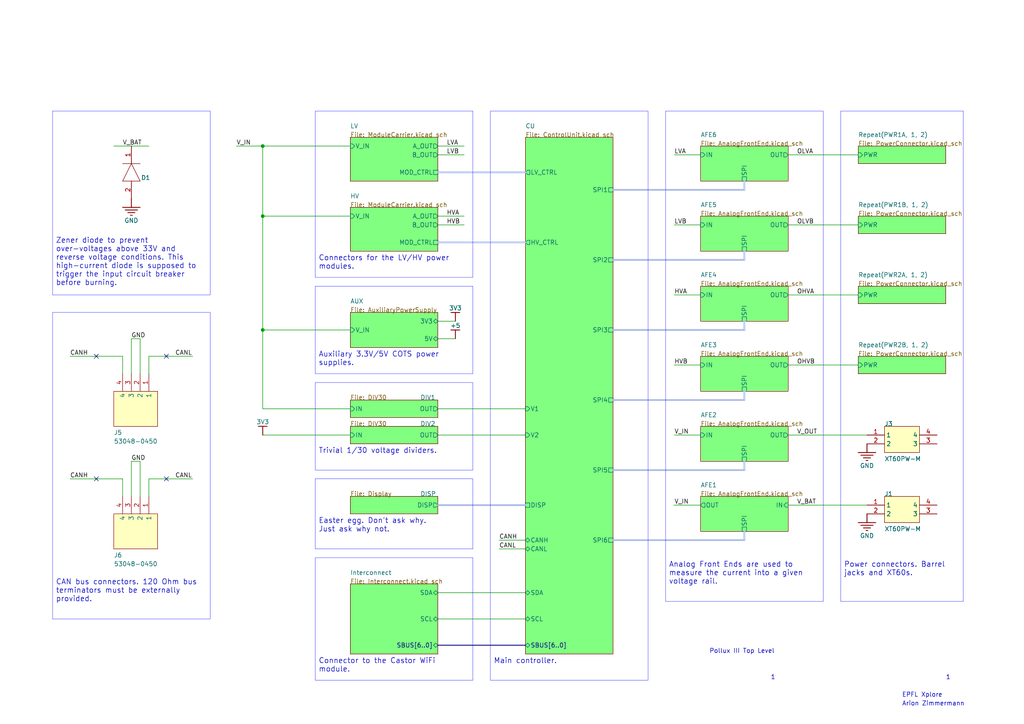
<source format=kicad_sch>
(kicad_sch (version 20250114) (generator "eeschema") (generator_version "9.0")
  (paper "A4")
  (lib_symbols
    (symbol "PolluxIII-altium-import:+5_BAR" (power)
      (property "Value" "+5" (at 0 -3.81 0))
      (symbol "+5_BAR_0_0"
        (polyline (pts (xy -1.27 -2.54) (xy 1.27 -2.54)) (stroke (width 0.254)))
        (polyline (pts (xy 0 0) (xy 0 -2.54)) (stroke (width 0.254)))
        (pin power_in line (at 0 0 0) (length 0) (hide yes) (name "+5") (number ""))
      )
    )
    (symbol "PolluxIII-altium-import:3V3_BAR" (power)
      (property "Value" "3V3" (at 0 -3.81 0))
      (symbol "3V3_BAR_0_0"
        (polyline (pts (xy -1.27 -2.54) (xy 1.27 -2.54)) (stroke (width 0.254)))
        (polyline (pts (xy 0 0) (xy 0 -2.54)) (stroke (width 0.254)))
        (pin power_in line (at 0 0 0) (length 0) (hide yes) (name "3V3") (number ""))
      )
    )
    (symbol "PolluxIII-altium-import:GND_POWER_GROUND" (power)
      (property "Value" "GND" (at 0 -6.35 0))
      (symbol "GND_POWER_GROUND_0_0"
        (polyline (pts (xy -2.54 -2.54) (xy 2.54 -2.54)) (stroke (width 0.254)))
        (polyline (pts (xy -1.778 -3.302) (xy 1.778 -3.302)) (stroke (width 0.254)))
        (polyline (pts (xy -1.016 -4.064) (xy 1.016 -4.064)) (stroke (width 0.254)))
        (polyline (pts (xy -0.254 -4.826) (xy 0.254 -4.826)) (stroke (width 0.254)))
        (polyline (pts (xy 0 0) (xy 0 -2.54)) (stroke (width 0.254)))
        (pin power_in line (at 0 0 0) (length 0) (hide yes) (name "GND") (number ""))
      )
    )
    (symbol "PolluxIII-altium-import:root_0_XT60PW-M_SamacSys.SchLib"
      (symbol "root_0_XT60PW-M_SamacSys.SchLib_1_0"
        (rectangle (start 15.24 2.54) (end 5.08 -5.08) (stroke (width 0) (color 128 0 0 1)) (fill (type background)))
        (pin passive line (at 0 0 0) (length 5.08) (name "1") (number "1"))
        (pin passive line (at 0 -2.54 0) (length 5.08) (name "2") (number "2"))
        (pin passive line (at 20.32 0 180) (length 5.08) (name "4") (number "4"))
        (pin passive line (at 20.32 -2.54 180) (length 5.08) (name "3") (number "3"))
      )
    )
    (symbol "PolluxIII-altium-import:root_3_53048-0450_*"
      (symbol "root_3_53048-0450_*_1_0"
        (rectangle (start 2.54 -5.08) (end -10.16 -15.24) (stroke (width 0) (color 128 0 0 1)) (fill (type background)))
        (pin passive line (at -7.62 0 270) (length 5.08) (name "4") (number "4"))
        (pin passive line (at -5.08 0 270) (length 5.08) (name "3") (number "3"))
        (pin passive line (at -2.54 0 270) (length 5.08) (name "2") (number "2"))
        (pin passive line (at 0 0 270) (length 5.08) (name "1") (number "1"))
      )
    )
    (symbol "PolluxIII-altium-import:root_3_BZG03C33-HM3-08_CarrierBoard.SCHLIB" (pin_names (hide yes))
      (symbol "root_3_BZG03C33-HM3-08_CarrierBoard.SCHLIB_1_0"
        (polyline (pts (xy -2.54 -10.16) (xy 0 -5.08)))
        (polyline (pts (xy 0 -5.08) (xy 2.54 -10.16)))
        (polyline (pts (xy 2.54 -5.08) (xy -2.54 -5.08)))
        (polyline (pts (xy 2.54 -10.16) (xy -2.54 -10.16)))
        (pin passive line (at 0 0 270) (length 5.08) (name "K") (number "1"))
        (pin passive line (at 0 -15.24 90) (length 5.08) (name "A") (number "2"))
      )
    )
  )
  (rectangle (start 60.96 90.6272) (end 15.24 179.5272) (stroke (width 0.0254) (color 0 0 255 1)))
  (rectangle (start 137.16 138.8872) (end 91.44 159.2072) (stroke (width 0.0254) (color 0 0 255 1)))
  (rectangle (start 137.16 110.9472) (end 91.44 136.3472) (stroke (width 0.0254) (color 0 0 255 1)))
  (rectangle (start 137.16 161.7472) (end 91.44 197.3072) (stroke (width 0.0254) (color 0 0 255 1)))
  (rectangle (start 60.96 32.2072) (end 15.24 85.5472) (stroke (width 0.0254) (color 0 0 255 1)))
  (rectangle (start 137.16 83.0072) (end 91.44 108.4072) (stroke (width 0.0254) (color 0 0 255 1)))
  (rectangle (start 187.96 32.2072) (end 142.24 197.3072) (stroke (width 0.0254) (color 0 0 255 1)))
  (rectangle (start 238.76 32.2072) (end 193.04 174.4472) (stroke (width 0.0254) (color 0 0 255 1)))
  (rectangle (start 279.4 32.2072) (end 243.84 174.4472) (stroke (width 0.0254) (color 0 0 255 1)))
  (rectangle (start 137.16 32.2072) (end 91.44 80.4672) (stroke (width 0.0254) (color 0 0 255 1)))
  (text "1" (at 274.32 197.3072 0) (effects (font (size 1.27 1.27)) (justify left bottom)))
  (text "EPFL Xplore" (at 261.62 202.3872 0) (effects (font (size 1.27 1.27)) (justify left bottom)))
  (text "Pollux III Top Level" (at 205.74 189.6872 0) (effects (font (size 1.27 1.27)) (justify left bottom)))
  (text "1" (at 223.52 197.3072 0) (effects (font (size 1.27 1.27)) (justify left bottom)))
  (text "Arion Zimmermann" (at 261.62 204.9272 0) (effects (font (size 1.27 1.27)) (justify left bottom)))
  (text_box "Main controller." (at 187.96 189.6872 0) (size -45.72 7.62) (margins 0.9525 0.9525 0.9525 0.9525) (stroke (width -0.0001) (color 0 0 0 1)) (effects (font (size 1.524 1.524)) (justify left top)))
  (text_box "Connector to the Castor WiFi module." (at 137.16 189.6872 0) (size -45.72 5.08) (margins 0.9525 0.9525 0.9525 0.9525) (stroke (width -0.0001) (color 0 0 0 1)) (effects (font (size 1.524 1.524)) (justify left top)))
  (text_box "Connectors for the LV/HV power modules." (at 137.16 72.8472 0) (size -45.72 7.62) (margins 0.9525 0.9525 0.9525 0.9525) (stroke (width -0.0001) (color 0 0 0 1)) (effects (font (size 1.524 1.524)) (justify left top)))
  (text_box "Auxiliary 3.3V/5V COTS power supplies." (at 137.16 100.7872 0) (size -45.72 7.62) (margins 0.9525 0.9525 0.9525 0.9525) (stroke (width -0.0001) (color 0 0 0 1)) (effects (font (size 1.524 1.524)) (justify left top)))
  (text_box "Zener diode to prevent over-voltages above 33V and reverse voltage conditions. This high-current diode is supposed to trigger the input circuit breaker before burning." (at 60.96 67.7672 0) (size -45.72 17.78) (margins 0.9525 0.9525 0.9525 0.9525) (stroke (width -0.0001) (color 0 0 0 1)) (effects (font (size 1.524 1.524)) (justify left top)))
  (text_box "Easter egg. Don't ask why. \nJust ask why not." (at 137.16 149.0472 0) (size -45.72 10.16) (margins 0.9525 0.9525 0.9525 0.9525) (stroke (width -0.0001) (color 0 0 0 1)) (effects (font (size 1.524 1.524)) (justify left top)))
  (text_box "Trivial 1/30 voltage dividers." (at 137.16 128.7272 0) (size -45.72 7.62) (margins 0.9525 0.9525 0.9525 0.9525) (stroke (width -0.0001) (color 0 0 0 1)) (effects (font (size 1.524 1.524)) (justify left top)))
  (text_box "CAN bus connectors. 120 Ohm bus terminators must be externally provided." (at 60.96 166.8272 0) (size -45.72 12.7) (margins 0.9525 0.9525 0.9525 0.9525) (stroke (width -0.0001) (color 0 0 0 1)) (effects (font (size 1.524 1.524)) (justify left top)))
  (text_box "Power connectors. Barrel jacks and XT60s." (at 279.4 161.7472 0) (size -35.56 12.7) (margins 0.9525 0.9525 0.9525 0.9525) (stroke (width -0.0001) (color 0 0 0 1)) (effects (font (size 1.524 1.524)) (justify left top)))
  (text_box "Analog Front Ends are used to measure the current into a given voltage rail." (at 236.22 161.7472 0) (size -43.18 12.7) (margins 0.9525 0.9525 0.9525 0.9525) (stroke (width -0.0001) (color 0 0 0 1)) (effects (font (size 1.524 1.524)) (justify left top)))
  (junction (at 76.2 62.6872))
  (junction (at 76.2 95.7072))
  (junction (at 76.2 42.3672))
  (no_connect (at 27.94 138.8872))
  (no_connect (at 27.94 103.3272))
  (no_connect (at 48.26 138.8872))
  (no_connect (at 48.26 103.3272))
  (wire (pts (xy 127 42.3672) (xy 134.62 42.3672)))
  (wire (pts (xy 195.469 146.5072) (xy 203.2 146.5072)))
  (wire (pts (xy 38.1 98.2472) (xy 40.64 98.2472)))
  (wire (pts (xy 134.62 44.9072) (xy 127 44.9072)))
  (wire (pts (xy 76.2 42.3672) (xy 68.58 42.3672)))
  (wire (pts (xy 76.2 62.6872) (xy 101.6 62.6872)))
  (bus (pts (xy 127 70.3072) (xy 152.4 70.3072)) (stroke (width 0.508) (color 173 188 231 1)))
  (wire (pts (xy 43.18 103.3272) (xy 55.88 103.3272)))
  (wire (pts (xy 38.1 133.8072) (xy 40.64 133.8072)))
  (bus (pts (xy 215.9 95.7072) (xy 215.9 93.1672)) (stroke (width 0.508) (color 173 188 231 1)))
  (bus (pts (xy 215.9 55.0672) (xy 215.9 52.5272)) (stroke (width 0.508) (color 173 188 231 1)))
  (wire (pts (xy 20.32 138.8872) (xy 35.56 138.8872)))
  (wire (pts (xy 76.2 118.5672) (xy 76.2 95.7072)))
  (wire (pts (xy 127 179.5272) (xy 152.4 179.5272)))
  (bus (pts (xy 177.8 95.7072) (xy 215.9 95.7072)) (stroke (width 0.508) (color 173 188 231 1)))
  (wire (pts (xy 35.56 103.3272) (xy 35.56 108.4072)))
  (wire (pts (xy 152.4 156.6672) (xy 144.78 156.6672)))
  (wire (pts (xy 228.6 105.8672) (xy 248.92 105.8672)))
  (wire (pts (xy 228.6 126.1872) (xy 251.46 126.1872)))
  (wire (pts (xy 38.1 143.9672) (xy 38.1 133.8072)))
  (wire (pts (xy 43.18 138.8872) (xy 55.88 138.8872)))
  (wire (pts (xy 76.2 126.1872) (xy 101.6 126.1872)))
  (wire (pts (xy 127 98.2472) (xy 132.08 98.2472)))
  (bus (pts (xy 177.8 156.6672) (xy 215.9 156.6672)) (stroke (width 0.508) (color 173 188 231 1)))
  (wire (pts (xy 76.2 95.7072) (xy 101.6 95.7072)))
  (wire (pts (xy 203.2 105.8672) (xy 195.58 105.8672)))
  (wire (pts (xy 43.18 108.4072) (xy 43.18 103.3272)))
  (wire (pts (xy 127 126.1872) (xy 152.4 126.1872)))
  (wire (pts (xy 127 118.5672) (xy 152.4 118.5672)))
  (bus (pts (xy 177.8 55.0672) (xy 215.9 55.0672)) (stroke (width 0.508) (color 173 188 231 1)))
  (wire (pts (xy 35.56 138.8872) (xy 35.56 143.9672)))
  (wire (pts (xy 38.1 108.4072) (xy 38.1 98.2472)))
  (wire (pts (xy 76.2 62.6872) (xy 76.2 42.3672)))
  (wire (pts (xy 203.2 85.5472) (xy 195.58 85.5472)))
  (bus (pts (xy 215.9 156.6672) (xy 215.9 154.1272)) (stroke (width 0.508) (color 173 188 231 1)))
  (bus (pts (xy 177.8 136.3472) (xy 215.9 136.3472)) (stroke (width 0.508) (color 173 188 231 1)))
  (wire (pts (xy 127 93.1672) (xy 132.08 93.1672)))
  (bus (pts (xy 215.9 116.0272) (xy 215.9 113.4872)) (stroke (width 0.508) (color 173 188 231 1)))
  (wire (pts (xy 127 62.6872) (xy 134.62 62.6872)))
  (wire (pts (xy 228.6 44.9072) (xy 248.92 44.9072)))
  (wire (pts (xy 203.2 65.2272) (xy 195.58 65.2272)))
  (wire (pts (xy 76.2 42.3672) (xy 101.6 42.3672)))
  (wire (pts (xy 228.6 85.5472) (xy 248.92 85.5472)))
  (wire (pts (xy 203.2 44.9072) (xy 195.58 44.9072)))
  (wire (pts (xy 251.46 146.5072) (xy 228.6 146.5072)))
  (wire (pts (xy 40.64 98.2472) (xy 40.64 108.4072)))
  (bus (pts (xy 127 49.9872) (xy 152.4 49.9872)) (stroke (width 0.508) (color 173 188 231 1)))
  (wire (pts (xy 228.6 65.2272) (xy 248.92 65.2272)))
  (bus (pts (xy 127 187.1472) (xy 152.4 187.1472)) (stroke (width 0.254)))
  (wire (pts (xy 20.32 103.3272) (xy 35.56 103.3272)))
  (bus (pts (xy 177.8 75.3872) (xy 215.9 75.3872)) (stroke (width 0.508) (color 173 188 231 1)))
  (wire (pts (xy 152.4 159.2072) (xy 144.78 159.2072)))
  (wire (pts (xy 43.18 143.9672) (xy 43.18 138.8872)))
  (bus (pts (xy 215.9 75.3872) (xy 215.9 72.8472)) (stroke (width 0.508) (color 173 188 231 1)))
  (wire (pts (xy 33.02 42.3672) (xy 43.18 42.3672)))
  (bus (pts (xy 215.9 136.3472) (xy 215.9 133.8072)) (stroke (width 0.508) (color 173 188 231 1)))
  (wire (pts (xy 127 65.2272) (xy 134.62 65.2272)))
  (bus (pts (xy 127 146.5072) (xy 152.4 146.5072)) (stroke (width 0.508) (color 173 188 231 1)))
  (wire (pts (xy 40.64 133.8072) (xy 40.64 143.9672)))
  (bus (pts (xy 177.8 116.0272) (xy 215.9 116.0272)) (stroke (width 0.508) (color 173 188 231 1)))
  (wire (pts (xy 101.6 118.5672) (xy 76.2 118.5672)))
  (wire (pts (xy 127 171.9072) (xy 152.4 171.9072)))
  (wire (pts (xy 76.2 95.7072) (xy 76.2 62.6872)))
  (wire (pts (xy 203.2 126.1872) (xy 195.58 126.1872)))
  (label "OHVA" (at 231.14 85.5472 0))
  (label "LVB" (at 129.54 44.9072 0))
  (label "GND" (at 38.1 98.2472 0))
  (label "CANL" (at 144.78 159.2072 0))
  (label "OLVB" (at 231.14 65.2272 0))
  (label "V_BAT" (at 35.56 42.3672 0))
  (label "HVB" (at 195.58 105.8672 0))
  (label "OHVB" (at 231.14 105.8672 0))
  (label "HVB" (at 129.54 65.2272 0))
  (label "HVA" (at 195.58 85.5472 0))
  (label "CANL" (at 50.8 103.3272 0))
  (label "OLVA" (at 231.14 44.9072 0))
  (label "V_IN" (at 195.58 126.1872 0))
  (label "LVA" (at 129.54 42.3672 0))
  (label "V_IN" (at 68.58 42.3672 0))
  (label "V_OUT" (at 231.14 126.1872 0))
  (label "CANH" (at 20.32 103.3272 0))
  (label "CANL" (at 50.8 138.8872 0))
  (label "" (at 228.6 138.8872 0))
  (label "CANH" (at 144.78 156.6672 0))
  (label "V_IN" (at 195.58 146.5072 0))
  (label "CANH" (at 20.32 138.8872 0))
  (label "V_BAT" (at 231.14 146.5072 0))
  (label "GND" (at 38.1 133.8072 0))
  (label "LVB" (at 195.58 65.2272 0))
  (label "HVA" (at 129.54 62.6872 0))
  (label "LVA" (at 195.58 44.9072 0))
  (symbol (lib_id "PolluxIII-altium-import:root_3_53048-0450_*") (at 43.18 108.4072 0) (unit 0)
    (property "Reference" "J5" (at 33.02 126.1872 0) (effects (justify left bottom)))
    (property "Value" "53048-0450" (at 33.02 128.7272 0) (effects (justify left bottom)))
    (property "Footprint" "SHDRRA4W35P0X125_1X4_675X550X350P" (effects (hide yes)))
    (property "Description" "Connector" (effects (hide yes)))
    (property "DATASHEET LINK" "https://www.molex.com/pdm_docs/sd/530480450_sd.pdf" (effects (hide yes)))
    (property "HEIGHT" "3.5mm" (effects (hide yes)))
    (property "MANUFACTURER_NAME" "Molex" (effects (hide yes)))
    (property "MANUFACTURER_PART_NUMBER" "53048-0450" (effects (hide yes)))
    (property "MOUSER PART NUMBER" "538-53048-0450" (effects (hide yes)))
    (property "MOUSER PRICE/STOCK" "https://www.mouser.co.uk/ProductDetail/Molex/53048-0450?qs=0lSvoLzn4L%252Bhzo05ywM78Q%3D%3D" (effects (hide yes)))
  )
  (symbol (lib_id "PolluxIII-altium-import:3V3_BAR") (at 132.08 93.1672 180) (unit 1)
    (property "Reference" "#PWR?" (effects (hide yes)))
    (property "Value" "3V3" (at 132.08 89.3572 0))
  )
  (symbol (lib_id "PolluxIII-altium-import:root_0_XT60PW-M_SamacSys.SchLib") (at 251.46 146.5072 0) (unit 0)
    (property "Reference" "J1" (at 256.54 143.9672 0) (effects (justify left bottom)))
    (property "Value" "XT60PW-M" (at 256.54 154.1272 0) (effects (justify left bottom)))
    (property "Footprint" "C__Users_Arion_Documents_AltiumLL_SamacSys.PcbLib:XT60PWM" (effects (hide yes)))
    (property "Description" "Connector" (effects (hide yes)))
    (property "DATASHEET LINK" "https://www.tme.eu/Document/9b8d0c5eb7094295f3d3112c214d3ade/XT60PW%20SPEC.pdf" (effects (hide yes)))
    (property "HEIGHT" "8.4mm" (effects (hide yes)))
    (property "MANUFACTURER_NAME" "Changzou Amass Elec" (effects (hide yes)))
    (property "MANUFACTURER_PART_NUMBER" "XT60PW-M" (effects (hide yes)))
  )
  (symbol (lib_id "PolluxIII-altium-import:root_0_XT60PW-M_SamacSys.SchLib") (at 251.46 126.1872 0) (unit 0)
    (property "Reference" "J3" (at 256.54 123.6472 0) (effects (justify left bottom)))
    (property "Value" "XT60PW-M" (at 256.54 133.8072 0) (effects (justify left bottom)))
    (property "Footprint" "C__Users_Arion_Documents_AltiumLL_SamacSys.PcbLib:XT60PWM" (effects (hide yes)))
    (property "Description" "Connector" (effects (hide yes)))
    (property "DATASHEET LINK" "https://www.tme.eu/Document/9b8d0c5eb7094295f3d3112c214d3ade/XT60PW%20SPEC.pdf" (effects (hide yes)))
    (property "HEIGHT" "8.4mm" (effects (hide yes)))
    (property "MANUFACTURER_NAME" "Changzou Amass Elec" (effects (hide yes)))
    (property "MANUFACTURER_PART_NUMBER" "XT60PW-M" (effects (hide yes)))
  )
  (symbol (lib_id "PolluxIII-altium-import:3V3_BAR") (at 76.2 126.1872 180) (unit 1)
    (property "Reference" "#PWR?" (effects (hide yes)))
    (property "Value" "3V3" (at 76.2 122.3772 0))
  )
  (symbol (lib_id "PolluxIII-altium-import:root_3_BZG03C33-HM3-08_CarrierBoard.SCHLIB") (at 38.1 42.3672 0) (unit 0)
    (property "Reference" "D1" (at 40.894 52.2732 0) (effects (justify left bottom)))
    (property "Value" "BZG03C33-HM3-08" (effects (hide yes)))
    (property "Footprint" "C__Users_Arion_Documents_AltiumLL_SamacSys.PcbLib:DIOM5127X229N" (effects (hide yes)))
    (property "Description" "Diode" (effects (hide yes)))
    (property "DATASHEET LINK" "https://www.arrow.com/en/products/bzg03c33-hm3-08/vishay" (effects (hide yes)))
    (property "HEIGHT" "2.29mm" (effects (hide yes)))
    (property "MANUFACTURER_NAME" "Vishay" (effects (hide yes)))
    (property "MANUFACTURER_PART_NUMBER" "BZG03C33-HM3-08" (effects (hide yes)))
    (property "MOUSER PART NUMBER" "78-BZG03C33-HM3-08" (effects (hide yes)))
    (property "MOUSER PRICE/STOCK" "https://www.mouser.co.uk/ProductDetail/Vishay-Semiconductors/BZG03C33-HM3-08?qs=j%252B1pi9TdxUbhV%2FXINkfeTw%3D%3D" (effects (hide yes)))
    (property "ARROW PART NUMBER" "BZG03C33-HM3-08" (effects (hide yes)))
    (property "ARROW PRICE/STOCK" "https://www.arrow.com/en/products/bzg03c33-hm3-08/vishay" (effects (hide yes)))
  )
  (symbol (lib_id "PolluxIII-altium-import:+5_BAR") (at 132.08 98.2472 180) (unit 1)
    (property "Reference" "#PWR?" (effects (hide yes)))
    (property "Value" "+5" (at 132.08 94.4372 0))
  )
  (symbol (lib_id "PolluxIII-altium-import:GND_POWER_GROUND") (at 38.1 57.6072 0) (unit 1)
    (property "Reference" "#PWR?" (effects (hide yes)))
    (property "Value" "GND" (at 38.1 63.9572 0))
  )
  (symbol (lib_id "PolluxIII-altium-import:GND_POWER_GROUND") (at 251.46 128.7272 0) (unit 1)
    (property "Reference" "#PWR?" (effects (hide yes)))
    (property "Value" "GND" (at 251.46 135.0772 0))
  )
  (symbol (lib_id "PolluxIII-altium-import:root_3_53048-0450_*") (at 43.18 143.9672 0) (unit 0)
    (property "Reference" "J6" (at 33.02 161.7472 0) (effects (justify left bottom)))
    (property "Value" "53048-0450" (at 33.02 164.2872 0) (effects (justify left bottom)))
    (property "Footprint" "SHDRRA4W35P0X125_1X4_675X550X350P" (effects (hide yes)))
    (property "Description" "Connector" (effects (hide yes)))
    (property "DATASHEET LINK" "https://www.molex.com/pdm_docs/sd/530480450_sd.pdf" (effects (hide yes)))
    (property "HEIGHT" "3.5mm" (effects (hide yes)))
    (property "MANUFACTURER_NAME" "Molex" (effects (hide yes)))
    (property "MANUFACTURER_PART_NUMBER" "53048-0450" (effects (hide yes)))
    (property "MOUSER PART NUMBER" "538-53048-0450" (effects (hide yes)))
    (property "MOUSER PRICE/STOCK" "https://www.mouser.co.uk/ProductDetail/Molex/53048-0450?qs=0lSvoLzn4L%252Bhzo05ywM78Q%3D%3D" (effects (hide yes)))
  )
  (symbol (lib_id "PolluxIII-altium-import:GND_POWER_GROUND") (at 251.46 149.0472 0) (unit 1)
    (property "Reference" "#PWR?" (effects (hide yes)))
    (property "Value" "GND" (at 251.46 155.3972 0))
  )
  (sheet (at 248.92 103.3272) (size 25.4 5.08) (stroke (width 0) (color 128 0 0 1)) (fill (color 128 255 128 1.0000))
    (property "Sheetname" "Repeat(PWR2B, 1, 2)" (at 248.92 100.7872 0) (effects (justify left bottom)))
    (property "Sheetfile" "PowerConnector.kicad_sch" (at 248.92 103.3272 0) (effects (justify left bottom)))
    (pin "PWR" input (at 248.92 105.8672 180))
  )
  (sheet (at 203.2 103.3272) (size 25.4 10.16) (stroke (width 0) (color 128 0 0 1)) (fill (color 128 255 128 1.0000))
    (property "Sheetname" "AFE3" (at 203.2 100.7872 0) (effects (justify left bottom)))
    (property "Sheetfile" "AnalogFrontEnd.kicad_sch" (at 203.2 103.3272 0) (effects (justify left bottom)))
    (pin "IN" input (at 203.2 105.8672 180))
    (pin "SPI" passive (at 215.9 113.4872 270))
    (pin "OUT" output (at 228.6 105.8672 0))
  )
  (sheet (at 248.92 83.0072) (size 25.4 5.08) (stroke (width 0) (color 128 0 0 1)) (fill (color 128 255 128 1.0000))
    (property "Sheetname" "Repeat(PWR2A, 1, 2)" (at 248.92 80.4672 0) (effects (justify left bottom)))
    (property "Sheetfile" "PowerConnector.kicad_sch" (at 248.92 83.0072 0) (effects (justify left bottom)))
    (pin "PWR" input (at 248.92 85.5472 180))
  )
  (sheet (at 248.92 42.3672) (size 25.4 5.08) (stroke (width 0) (color 128 0 0 1)) (fill (color 128 255 128 1.0000))
    (property "Sheetname" "Repeat(PWR1A, 1, 2)" (at 248.92 39.8272 0) (effects (justify left bottom)))
    (property "Sheetfile" "PowerConnector.kicad_sch" (at 248.92 42.3672 0) (effects (justify left bottom)))
    (pin "PWR" input (at 248.92 44.9072 180))
  )
  (sheet (at 248.92 62.6872) (size 25.4 5.08) (stroke (width 0) (color 128 0 0 1)) (fill (color 128 255 128 1.0000))
    (property "Sheetname" "Repeat(PWR1B, 1, 2)" (at 248.92 60.1472 0) (effects (justify left bottom)))
    (property "Sheetfile" "PowerConnector.kicad_sch" (at 248.92 62.6872 0) (effects (justify left bottom)))
    (pin "PWR" input (at 248.92 65.2272 180))
  )
  (sheet (at 203.2 143.9672) (size 25.4 10.16) (stroke (width 0) (color 128 0 0 1)) (fill (color 128 255 128 1.0000))
    (property "Sheetname" "AFE1" (at 203.2 141.4272 0) (effects (justify left bottom)))
    (property "Sheetfile" "AnalogFrontEnd.kicad_sch" (at 203.2 143.9672 0) (effects (justify left bottom)))
    (pin "IN" input (at 228.6 146.5072 0))
    (pin "SPI" passive (at 215.9 154.1272 270))
    (pin "OUT" output (at 203.2 146.5072 180))
  )
  (sheet (at 203.2 62.6872) (size 25.4 10.16) (stroke (width 0) (color 128 0 0 1)) (fill (color 128 255 128 1.0000))
    (property "Sheetname" "AFE5" (at 203.2 60.1472 0) (effects (justify left bottom)))
    (property "Sheetfile" "AnalogFrontEnd.kicad_sch" (at 203.2 62.6872 0) (effects (justify left bottom)))
    (pin "IN" input (at 203.2 65.2272 180))
    (pin "SPI" passive (at 215.9 72.8472 270))
    (pin "OUT" output (at 228.6 65.2272 0))
  )
  (sheet (at 203.2 83.0072) (size 25.4 10.16) (stroke (width 0) (color 128 0 0 1)) (fill (color 128 255 128 1.0000))
    (property "Sheetname" "AFE4" (at 203.2 80.4672 0) (effects (justify left bottom)))
    (property "Sheetfile" "AnalogFrontEnd.kicad_sch" (at 203.2 83.0072 0) (effects (justify left bottom)))
    (pin "IN" input (at 203.2 85.5472 180))
    (pin "SPI" passive (at 215.9 93.1672 270))
    (pin "OUT" output (at 228.6 85.5472 0))
  )
  (sheet (at 152.4 39.8272) (size 25.4 149.86) (stroke (width 0) (color 128 0 0 1)) (fill (color 128 255 128 1.0000))
    (property "Sheetname" "CU" (at 152.4 37.2872 0) (effects (justify left bottom)))
    (property "Sheetfile" "ControlUnit.kicad_sch" (at 152.4 39.8272 0) (effects (justify left bottom)))
    (pin "LV_CTRL" output (at 152.4 49.9872 180))
    (pin "V1" input (at 152.4 118.5672 180))
    (pin "V2" input (at 152.4 126.1872 180))
    (pin "SPI1" passive (at 177.8 55.0672 0))
    (pin "SPI2" passive (at 177.8 75.3872 0))
    (pin "SPI3" passive (at 177.8 95.7072 0))
    (pin "SPI4" passive (at 177.8 116.0272 0))
    (pin "SPI5" passive (at 177.8 136.3472 0))
    (pin "SPI6" passive (at 177.8 156.6672 0))
    (pin "SDA" bidirectional (at 152.4 171.9072 180))
    (pin "SCL" bidirectional (at 152.4 179.5272 180))
    (pin "SBUS[6..0]" bidirectional (at 152.4 187.1472 180))
    (pin "CANH" bidirectional (at 152.4 156.6672 180))
    (pin "CANL" bidirectional (at 152.4 159.2072 180))
    (pin "HV_CTRL" output (at 152.4 70.3072 180))
    (pin "DISP" passive (at 152.4 146.5072 180))
  )
  (sheet (at 101.6 39.8272) (size 25.4 12.7) (stroke (width 0) (color 128 0 0 1)) (fill (color 128 255 128 1.0000))
    (property "Sheetname" "LV" (at 101.6 37.2872 0) (effects (justify left bottom)))
    (property "Sheetfile" "ModuleCarrier.kicad_sch" (at 101.6 39.8272 0) (effects (justify left bottom)))
    (pin "A_OUT" output (at 127 42.3672 0))
    (pin "V_IN" input (at 101.6 42.3672 180))
    (pin "B_OUT" output (at 127 44.9072 0))
    (pin "MOD_CTRL" passive (at 127 49.9872 0))
  )
  (sheet (at 101.6 90.6272) (size 25.4 10.16) (stroke (width 0) (color 128 0 0 1)) (fill (color 128 255 128 1.0000))
    (property "Sheetname" "AUX" (at 101.6 88.0872 0) (effects (justify left bottom)))
    (property "Sheetfile" "AuxiliaryPowerSupply" (at 101.6 90.6272 0) (effects (justify left bottom)))
    (pin "V_IN" input (at 101.6 95.7072 180))
    (pin "3V3" bidirectional (at 127 93.1672 0))
    (pin "5V" bidirectional (at 127 98.2472 0))
  )
  (sheet (at 203.2 123.6472) (size 25.4 10.16) (stroke (width 0) (color 128 0 0 1)) (fill (color 128 255 128 1.0000))
    (property "Sheetname" "AFE2" (at 203.2 121.1072 0) (effects (justify left bottom)))
    (property "Sheetfile" "AnalogFrontEnd.kicad_sch" (at 203.2 123.6472 0) (effects (justify left bottom)))
    (pin "IN" input (at 203.2 126.1872 180))
    (pin "SPI" passive (at 215.9 133.8072 270))
    (pin "OUT" output (at 228.6 126.1872 0))
  )
  (sheet (at 101.6 169.3672) (size 25.4 20.32) (stroke (width 0) (color 128 0 0 1)) (fill (color 128 255 128 1.0000))
    (property "Sheetname" "Interconnect" (at 101.6 166.8272 0) (effects (justify left bottom)))
    (property "Sheetfile" "Interconnect.kicad_sch" (at 101.6 169.3672 0) (effects (justify left bottom)))
    (pin "SBUS[6..0]" bidirectional (at 127 187.1472 0))
    (pin "SCL" bidirectional (at 127 179.5272 0))
    (pin "SDA" bidirectional (at 127 171.9072 0))
  )
  (sheet (at 101.6 123.6472) (size 25.4 5.08) (stroke (width 0) (color 128 0 0 1)) (fill (color 128 255 128 1.0000))
    (property "Sheetname" "DIV2" (at 121.92 123.6472 0) (effects (justify left bottom)))
    (property "Sheetfile" "DIV30" (at 101.6 123.6472 0) (effects (justify left bottom)))
    (pin "OUT" output (at 127 126.1872 0))
    (pin "IN" input (at 101.6 126.1872 180))
  )
  (sheet (at 101.6 116.0272) (size 25.4 5.08) (stroke (width 0) (color 128 0 0 1)) (fill (color 128 255 128 1.0000))
    (property "Sheetname" "DIV1" (at 121.92 116.0272 0) (effects (justify left bottom)))
    (property "Sheetfile" "DIV30" (at 101.6 116.0272 0) (effects (justify left bottom)))
    (pin "OUT" output (at 127 118.5672 0))
    (pin "IN" input (at 101.6 118.5672 180))
  )
  (sheet (at 101.6 143.9672) (size 25.4 5.08) (stroke (width 0) (color 128 0 0 1)) (fill (color 128 255 128 1.0000))
    (property "Sheetname" "DISP" (at 121.92 143.9672 0) (effects (justify left bottom)))
    (property "Sheetfile" "Display" (at 101.6 143.9672 0) (effects (justify left bottom)))
    (pin "DISP" output (at 127 146.5072 0))
  )
  (sheet (at 203.2 42.3672) (size 25.4 10.16) (stroke (width 0) (color 128 0 0 1)) (fill (color 128 255 128 1.0000))
    (property "Sheetname" "AFE6" (at 203.2 39.8272 0) (effects (justify left bottom)))
    (property "Sheetfile" "AnalogFrontEnd.kicad_sch" (at 203.2 42.3672 0) (effects (justify left bottom)))
    (pin "IN" input (at 203.2 44.9072 180))
    (pin "SPI" passive (at 215.9 52.5272 270))
    (pin "OUT" output (at 228.6 44.9072 0))
  )
  (sheet (at 101.6 60.1472) (size 25.4 12.7) (stroke (width 0) (color 128 0 0 1)) (fill (color 128 255 128 1.0000))
    (property "Sheetname" "HV" (at 101.6 57.6072 0) (effects (justify left bottom)))
    (property "Sheetfile" "ModuleCarrier.kicad_sch" (at 101.6 60.1472 0) (effects (justify left bottom)))
    (pin "A_OUT" output (at 127 62.6872 0))
    (pin "V_IN" input (at 101.6 62.6872 180))
    (pin "B_OUT" output (at 127 65.2272 0))
    (pin "MOD_CTRL" passive (at 127 70.3072 0))
  )
)
</source>
